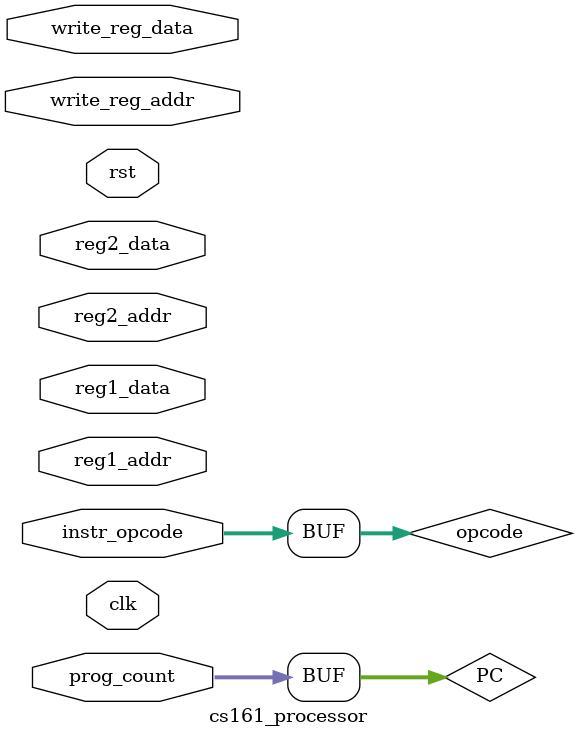
<source format=v>
`timescale 1ns / 1ps

module cs161_processor(
    clk ,
    rst ,   
	 // Debug signals 
    prog_count     , 
    instr_opcode   ,
    reg1_addr      ,
    reg1_data      ,
    reg2_addr      ,
    reg2_data      ,
    write_reg_addr ,
    write_reg_data  
    );

input wire clk ;
input wire rst ;
    
// Debug Signals

input wire[31:0] prog_count     ; 
input wire[5:0]  instr_opcode   ;
input wire[4:0]  reg1_addr      ;
input wire[31:0] reg1_data      ;
input wire[4:0]  reg2_addr      ;
input wire[31:0] reg2_data      ;
input wire[4:0]  write_reg_addr ;
input wire[31:0] write_reg_data ;

wire [5:0] opcode;
wire [31:0] PC;

wire reg_dst;
wire branch;    
wire mem_read;  
wire mem_to_reg;
wire [3:0]  alu_op;
wire mem_write;  
wire alu_src; 
wire reg_write;



assign prog_count = PC;
assign instr_opcode = opcode;

// Insert your solution below here.

	 
cs161_datapath DP (
	.clk(clk),
	.rst(rst),
	.branch(branch),
	.mem_read(mem_read),
	.mem_to_reg(mem_to_reg),
	.alu_op(alu_op),
	.mem_write(mem_write),
	.alu_src(alu_src),
	.reg_write(reg_write),	
	.prog_count(PC),
	.instr_opcode(opcode),	
	.reg_dst(reg_dst),
	.reg1_addr(reg1_addr),
	.reg1_data(reg1_data),
	.reg2_addr(reg2_addr),
	.reg2_data(reg2_data),
	.write_reg_addr(write_reg_addr),
	.write_reg_data(write_reg_data)
);

control_unit ctrl (
	.clk(clk),
	.rst(rst),
	.instr_op(opcode),
	.reg_dst(reg_dst),
	.branch(branch),    
	.mem_read(mem_read), 
	.mem_to_reg(mem_to_reg),
	.alu_op(alu_op),
	.mem_write(mem_write),  
	.alu_src(alu_src),
	.reg_write(reg_write)
);
	          
endmodule

</source>
